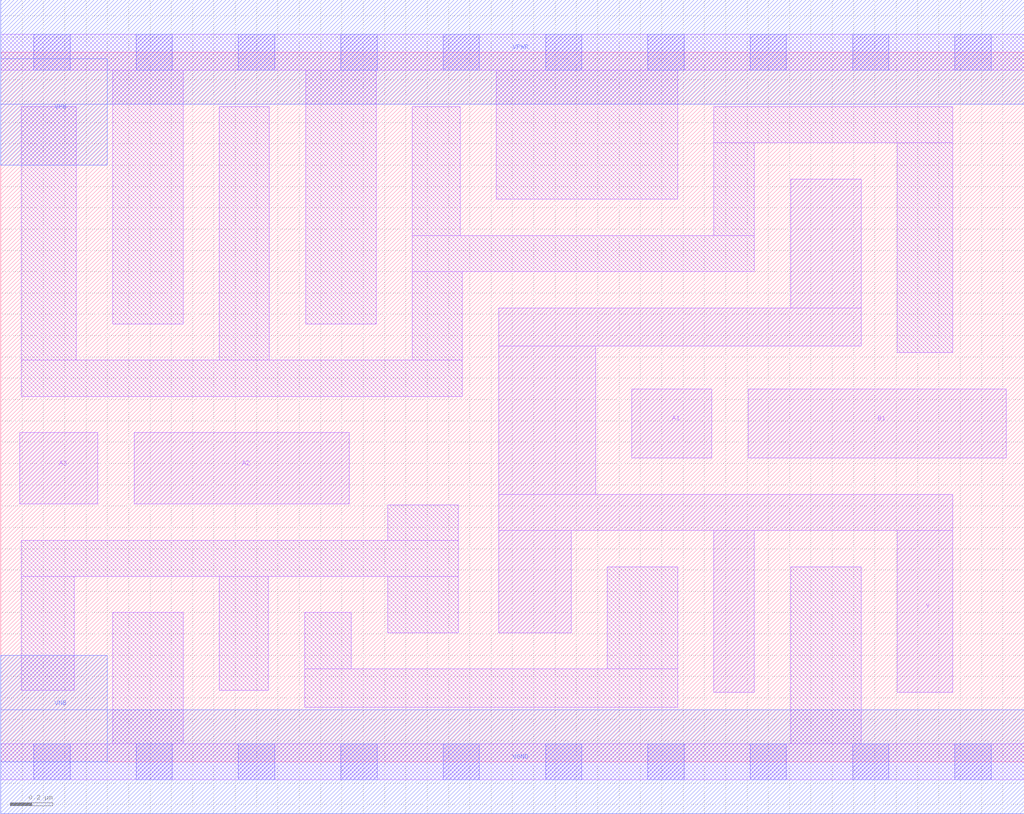
<source format=lef>
# Copyright 2020 The SkyWater PDK Authors
#
# Licensed under the Apache License, Version 2.0 (the "License");
# you may not use this file except in compliance with the License.
# You may obtain a copy of the License at
#
#     https://www.apache.org/licenses/LICENSE-2.0
#
# Unless required by applicable law or agreed to in writing, software
# distributed under the License is distributed on an "AS IS" BASIS,
# WITHOUT WARRANTIES OR CONDITIONS OF ANY KIND, either express or implied.
# See the License for the specific language governing permissions and
# limitations under the License.
#
# SPDX-License-Identifier: Apache-2.0

VERSION 5.5 ;
NAMESCASESENSITIVE ON ;
BUSBITCHARS "[]" ;
DIVIDERCHAR "/" ;
MACRO sky130_fd_sc_lp__a31oi_2
  CLASS CORE ;
  SOURCE USER ;
  ORIGIN  0.000000  0.000000 ;
  SIZE  4.800000 BY  3.330000 ;
  SYMMETRY X Y R90 ;
  SITE unit ;
  PIN A1
    ANTENNAGATEAREA  0.630000 ;
    DIRECTION INPUT ;
    USE SIGNAL ;
    PORT
      LAYER li1 ;
        RECT 2.960000 1.425000 3.335000 1.750000 ;
    END
  END A1
  PIN A2
    ANTENNAGATEAREA  0.630000 ;
    DIRECTION INPUT ;
    USE SIGNAL ;
    PORT
      LAYER li1 ;
        RECT 0.625000 1.210000 1.635000 1.545000 ;
    END
  END A2
  PIN A3
    ANTENNAGATEAREA  0.630000 ;
    DIRECTION INPUT ;
    USE SIGNAL ;
    PORT
      LAYER li1 ;
        RECT 0.090000 1.210000 0.455000 1.545000 ;
    END
  END A3
  PIN B1
    ANTENNAGATEAREA  0.630000 ;
    DIRECTION INPUT ;
    USE SIGNAL ;
    PORT
      LAYER li1 ;
        RECT 3.505000 1.425000 4.715000 1.750000 ;
    END
  END B1
  PIN Y
    ANTENNADIFFAREA  1.037400 ;
    DIRECTION OUTPUT ;
    USE SIGNAL ;
    PORT
      LAYER li1 ;
        RECT 2.335000 0.605000 2.675000 1.085000 ;
        RECT 2.335000 1.085000 4.465000 1.255000 ;
        RECT 2.335000 1.255000 2.790000 1.950000 ;
        RECT 2.335000 1.950000 4.035000 2.130000 ;
        RECT 3.345000 0.325000 3.535000 1.085000 ;
        RECT 3.705000 2.130000 4.035000 2.735000 ;
        RECT 4.205000 0.325000 4.465000 1.085000 ;
    END
  END Y
  PIN VGND
    DIRECTION INOUT ;
    USE GROUND ;
    PORT
      LAYER met1 ;
        RECT 0.000000 -0.245000 4.800000 0.245000 ;
    END
  END VGND
  PIN VNB
    DIRECTION INOUT ;
    USE GROUND ;
    PORT
      LAYER met1 ;
        RECT 0.000000 0.000000 0.500000 0.500000 ;
    END
  END VNB
  PIN VPB
    DIRECTION INOUT ;
    USE POWER ;
    PORT
      LAYER met1 ;
        RECT 0.000000 2.800000 0.500000 3.300000 ;
    END
  END VPB
  PIN VPWR
    DIRECTION INOUT ;
    USE POWER ;
    PORT
      LAYER met1 ;
        RECT 0.000000 3.085000 4.800000 3.575000 ;
    END
  END VPWR
  OBS
    LAYER li1 ;
      RECT 0.000000 -0.085000 4.800000 0.085000 ;
      RECT 0.000000  3.245000 4.800000 3.415000 ;
      RECT 0.095000  0.335000 0.345000 0.870000 ;
      RECT 0.095000  0.870000 2.145000 1.040000 ;
      RECT 0.095000  1.715000 2.165000 1.885000 ;
      RECT 0.095000  1.885000 0.355000 3.075000 ;
      RECT 0.525000  0.085000 0.855000 0.700000 ;
      RECT 0.525000  2.055000 0.855000 3.245000 ;
      RECT 1.025000  0.335000 1.255000 0.870000 ;
      RECT 1.025000  1.885000 1.260000 3.075000 ;
      RECT 1.425000  0.255000 3.175000 0.435000 ;
      RECT 1.425000  0.435000 1.645000 0.700000 ;
      RECT 1.430000  2.055000 1.760000 3.245000 ;
      RECT 1.815000  0.605000 2.145000 0.870000 ;
      RECT 1.815000  1.040000 2.145000 1.205000 ;
      RECT 1.930000  1.885000 2.165000 2.300000 ;
      RECT 1.930000  2.300000 3.535000 2.470000 ;
      RECT 1.930000  2.470000 2.155000 3.075000 ;
      RECT 2.325000  2.640000 3.175000 3.245000 ;
      RECT 2.845000  0.435000 3.175000 0.915000 ;
      RECT 3.345000  2.470000 3.535000 2.905000 ;
      RECT 3.345000  2.905000 4.465000 3.075000 ;
      RECT 3.705000  0.085000 4.035000 0.915000 ;
      RECT 4.205000  1.920000 4.465000 2.905000 ;
    LAYER mcon ;
      RECT 0.155000 -0.085000 0.325000 0.085000 ;
      RECT 0.155000  3.245000 0.325000 3.415000 ;
      RECT 0.635000 -0.085000 0.805000 0.085000 ;
      RECT 0.635000  3.245000 0.805000 3.415000 ;
      RECT 1.115000 -0.085000 1.285000 0.085000 ;
      RECT 1.115000  3.245000 1.285000 3.415000 ;
      RECT 1.595000 -0.085000 1.765000 0.085000 ;
      RECT 1.595000  3.245000 1.765000 3.415000 ;
      RECT 2.075000 -0.085000 2.245000 0.085000 ;
      RECT 2.075000  3.245000 2.245000 3.415000 ;
      RECT 2.555000 -0.085000 2.725000 0.085000 ;
      RECT 2.555000  3.245000 2.725000 3.415000 ;
      RECT 3.035000 -0.085000 3.205000 0.085000 ;
      RECT 3.035000  3.245000 3.205000 3.415000 ;
      RECT 3.515000 -0.085000 3.685000 0.085000 ;
      RECT 3.515000  3.245000 3.685000 3.415000 ;
      RECT 3.995000 -0.085000 4.165000 0.085000 ;
      RECT 3.995000  3.245000 4.165000 3.415000 ;
      RECT 4.475000 -0.085000 4.645000 0.085000 ;
      RECT 4.475000  3.245000 4.645000 3.415000 ;
  END
END sky130_fd_sc_lp__a31oi_2

</source>
